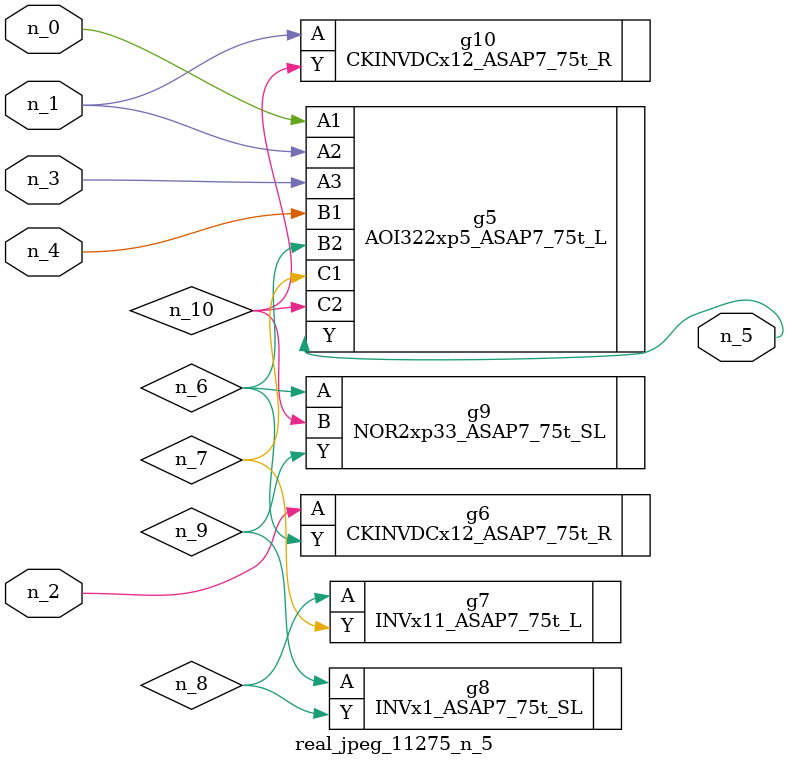
<source format=v>
module real_jpeg_11275_n_5 (n_4, n_0, n_1, n_2, n_3, n_5);

input n_4;
input n_0;
input n_1;
input n_2;
input n_3;

output n_5;

wire n_8;
wire n_6;
wire n_7;
wire n_10;
wire n_9;

AOI322xp5_ASAP7_75t_L g5 ( 
.A1(n_0),
.A2(n_1),
.A3(n_3),
.B1(n_4),
.B2(n_6),
.C1(n_7),
.C2(n_10),
.Y(n_5)
);

CKINVDCx12_ASAP7_75t_R g10 ( 
.A(n_1),
.Y(n_10)
);

CKINVDCx12_ASAP7_75t_R g6 ( 
.A(n_2),
.Y(n_6)
);

NOR2xp33_ASAP7_75t_SL g9 ( 
.A(n_6),
.B(n_10),
.Y(n_9)
);

INVx11_ASAP7_75t_L g7 ( 
.A(n_8),
.Y(n_7)
);

INVx1_ASAP7_75t_SL g8 ( 
.A(n_9),
.Y(n_8)
);


endmodule
</source>
